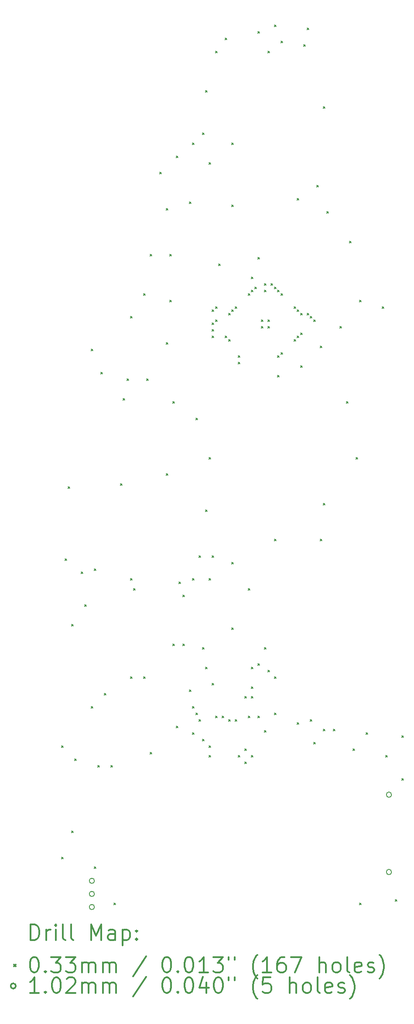
<source format=gbr>
%FSLAX45Y45*%
G04 Gerber Fmt 4.5, Leading zero omitted, Abs format (unit mm)*
G04 Created by KiCad (PCBNEW (5.1.5)-3) date 2020-02-09 18:17:16*
%MOMM*%
%LPD*%
G04 APERTURE LIST*
%ADD10C,0.200000*%
%ADD11C,0.300000*%
G04 APERTURE END LIST*
D10*
X9063990Y-16366490D02*
X9097010Y-16399510D01*
X9097010Y-16366490D02*
X9063990Y-16399510D01*
X9063990Y-18525490D02*
X9097010Y-18558510D01*
X9097010Y-18525490D02*
X9063990Y-18558510D01*
X9127490Y-12746990D02*
X9160510Y-12780010D01*
X9160510Y-12746990D02*
X9127490Y-12780010D01*
X9190990Y-11349990D02*
X9224010Y-11383010D01*
X9224010Y-11349990D02*
X9190990Y-11383010D01*
X9254490Y-14016990D02*
X9287510Y-14050010D01*
X9287510Y-14016990D02*
X9254490Y-14050010D01*
X9254490Y-18017490D02*
X9287510Y-18050510D01*
X9287510Y-18017490D02*
X9254490Y-18050510D01*
X9317990Y-16620490D02*
X9351010Y-16653510D01*
X9351010Y-16620490D02*
X9317990Y-16653510D01*
X9444990Y-13000990D02*
X9478010Y-13034010D01*
X9478010Y-13000990D02*
X9444990Y-13034010D01*
X9508490Y-13635990D02*
X9541510Y-13669010D01*
X9541510Y-13635990D02*
X9508490Y-13669010D01*
X9635490Y-8682990D02*
X9668510Y-8716010D01*
X9668510Y-8682990D02*
X9635490Y-8716010D01*
X9635490Y-15604490D02*
X9668510Y-15637510D01*
X9668510Y-15604490D02*
X9635490Y-15637510D01*
X9698990Y-12937490D02*
X9732010Y-12970510D01*
X9732010Y-12937490D02*
X9698990Y-12970510D01*
X9698990Y-18715990D02*
X9732010Y-18749010D01*
X9732010Y-18715990D02*
X9698990Y-18749010D01*
X9762490Y-16747490D02*
X9795510Y-16780510D01*
X9795510Y-16747490D02*
X9762490Y-16780510D01*
X9825990Y-9127490D02*
X9859010Y-9160510D01*
X9859010Y-9127490D02*
X9825990Y-9160510D01*
X9889490Y-15350490D02*
X9922510Y-15383510D01*
X9922510Y-15350490D02*
X9889490Y-15383510D01*
X10016490Y-16747490D02*
X10049510Y-16780510D01*
X10049510Y-16747490D02*
X10016490Y-16780510D01*
X10079990Y-19414490D02*
X10113010Y-19447510D01*
X10113010Y-19414490D02*
X10079990Y-19447510D01*
X10206990Y-11286490D02*
X10240010Y-11319510D01*
X10240010Y-11286490D02*
X10206990Y-11319510D01*
X10257790Y-9635490D02*
X10290810Y-9668510D01*
X10290810Y-9635490D02*
X10257790Y-9668510D01*
X10333990Y-9254490D02*
X10367010Y-9287510D01*
X10367010Y-9254490D02*
X10333990Y-9287510D01*
X10397490Y-8047990D02*
X10430510Y-8081010D01*
X10430510Y-8047990D02*
X10397490Y-8081010D01*
X10397490Y-13127990D02*
X10430510Y-13161010D01*
X10430510Y-13127990D02*
X10397490Y-13161010D01*
X10397490Y-15032990D02*
X10430510Y-15066010D01*
X10430510Y-15032990D02*
X10397490Y-15066010D01*
X10460990Y-13318490D02*
X10494010Y-13351510D01*
X10494010Y-13318490D02*
X10460990Y-13351510D01*
X10651490Y-7603490D02*
X10684510Y-7636510D01*
X10684510Y-7603490D02*
X10651490Y-7636510D01*
X10651490Y-15032990D02*
X10684510Y-15066010D01*
X10684510Y-15032990D02*
X10651490Y-15066010D01*
X10714990Y-9254490D02*
X10748010Y-9287510D01*
X10748010Y-9254490D02*
X10714990Y-9287510D01*
X10778490Y-6841490D02*
X10811510Y-6874510D01*
X10811510Y-6841490D02*
X10778490Y-6874510D01*
X10778490Y-16493490D02*
X10811510Y-16526510D01*
X10811510Y-16493490D02*
X10778490Y-16526510D01*
X10968990Y-5253990D02*
X11002010Y-5287010D01*
X11002010Y-5253990D02*
X10968990Y-5287010D01*
X11095990Y-5952490D02*
X11129010Y-5985510D01*
X11129010Y-5952490D02*
X11095990Y-5985510D01*
X11095990Y-8555990D02*
X11129010Y-8589010D01*
X11129010Y-8555990D02*
X11095990Y-8589010D01*
X11095990Y-11095990D02*
X11129010Y-11129010D01*
X11129010Y-11095990D02*
X11095990Y-11129010D01*
X11159490Y-6841490D02*
X11192510Y-6874510D01*
X11192510Y-6841490D02*
X11159490Y-6874510D01*
X11159490Y-7730490D02*
X11192510Y-7763510D01*
X11192510Y-7730490D02*
X11159490Y-7763510D01*
X11222990Y-9698990D02*
X11256010Y-9732010D01*
X11256010Y-9698990D02*
X11222990Y-9732010D01*
X11222990Y-14397990D02*
X11256010Y-14431010D01*
X11256010Y-14397990D02*
X11222990Y-14431010D01*
X11286490Y-4936490D02*
X11319510Y-4969510D01*
X11319510Y-4936490D02*
X11286490Y-4969510D01*
X11286490Y-15985490D02*
X11319510Y-16018510D01*
X11319510Y-15985490D02*
X11286490Y-16018510D01*
X11337290Y-13191490D02*
X11370310Y-13224510D01*
X11370310Y-13191490D02*
X11337290Y-13224510D01*
X11413490Y-13445490D02*
X11446510Y-13478510D01*
X11446510Y-13445490D02*
X11413490Y-13478510D01*
X11413490Y-14397990D02*
X11446510Y-14431010D01*
X11446510Y-14397990D02*
X11413490Y-14431010D01*
X11540490Y-5825490D02*
X11573510Y-5858510D01*
X11573510Y-5825490D02*
X11540490Y-5858510D01*
X11540490Y-15286990D02*
X11573510Y-15320010D01*
X11573510Y-15286990D02*
X11540490Y-15320010D01*
X11603990Y-4682490D02*
X11637010Y-4715510D01*
X11637010Y-4682490D02*
X11603990Y-4715510D01*
X11603990Y-13127990D02*
X11637010Y-13161010D01*
X11637010Y-13127990D02*
X11603990Y-13161010D01*
X11603990Y-15604490D02*
X11637010Y-15637510D01*
X11637010Y-15604490D02*
X11603990Y-15637510D01*
X11603990Y-16112490D02*
X11637010Y-16145510D01*
X11637010Y-16112490D02*
X11603990Y-16145510D01*
X11667490Y-10016490D02*
X11700510Y-10049510D01*
X11700510Y-10016490D02*
X11667490Y-10049510D01*
X11667490Y-15731490D02*
X11700510Y-15764510D01*
X11700510Y-15731490D02*
X11667490Y-15764510D01*
X11730990Y-12683490D02*
X11764010Y-12716510D01*
X11764010Y-12683490D02*
X11730990Y-12716510D01*
X11730990Y-15858490D02*
X11764010Y-15891510D01*
X11764010Y-15858490D02*
X11730990Y-15891510D01*
X11794490Y-4491990D02*
X11827510Y-4525010D01*
X11827510Y-4491990D02*
X11794490Y-4525010D01*
X11794490Y-14461490D02*
X11827510Y-14494510D01*
X11827510Y-14461490D02*
X11794490Y-14494510D01*
X11794490Y-16239490D02*
X11827510Y-16272510D01*
X11827510Y-16239490D02*
X11794490Y-16272510D01*
X11857990Y-3666490D02*
X11891010Y-3699510D01*
X11891010Y-3666490D02*
X11857990Y-3699510D01*
X11857990Y-11794490D02*
X11891010Y-11827510D01*
X11891010Y-11794490D02*
X11857990Y-11827510D01*
X11857990Y-14842490D02*
X11891010Y-14875510D01*
X11891010Y-14842490D02*
X11857990Y-14875510D01*
X11921490Y-5063490D02*
X11954510Y-5096510D01*
X11954510Y-5063490D02*
X11921490Y-5096510D01*
X11921490Y-10778490D02*
X11954510Y-10811510D01*
X11954510Y-10778490D02*
X11921490Y-10811510D01*
X11921490Y-13127990D02*
X11954510Y-13161010D01*
X11954510Y-13127990D02*
X11921490Y-13161010D01*
X11921490Y-16366490D02*
X11954510Y-16399510D01*
X11954510Y-16366490D02*
X11921490Y-16399510D01*
X11921490Y-16556990D02*
X11954510Y-16590010D01*
X11954510Y-16556990D02*
X11921490Y-16590010D01*
X11984990Y-7920990D02*
X12018010Y-7954010D01*
X12018010Y-7920990D02*
X11984990Y-7954010D01*
X11984990Y-8174990D02*
X12018010Y-8208010D01*
X12018010Y-8174990D02*
X11984990Y-8208010D01*
X11984990Y-8301990D02*
X12018010Y-8335010D01*
X12018010Y-8301990D02*
X11984990Y-8335010D01*
X11984990Y-8428990D02*
X12018010Y-8462010D01*
X12018010Y-8428990D02*
X11984990Y-8462010D01*
X11984990Y-12683490D02*
X12018010Y-12716510D01*
X12018010Y-12683490D02*
X11984990Y-12716510D01*
X11984990Y-15159990D02*
X12018010Y-15193010D01*
X12018010Y-15159990D02*
X11984990Y-15193010D01*
X12048490Y-2904490D02*
X12081510Y-2937510D01*
X12081510Y-2904490D02*
X12048490Y-2937510D01*
X12048490Y-7857490D02*
X12081510Y-7890510D01*
X12081510Y-7857490D02*
X12048490Y-7890510D01*
X12048490Y-8111490D02*
X12081510Y-8144510D01*
X12081510Y-8111490D02*
X12048490Y-8144510D01*
X12048490Y-15794990D02*
X12081510Y-15828010D01*
X12081510Y-15794990D02*
X12048490Y-15828010D01*
X12111990Y-7031990D02*
X12145010Y-7065010D01*
X12145010Y-7031990D02*
X12111990Y-7065010D01*
X12175490Y-15794990D02*
X12208510Y-15828010D01*
X12208510Y-15794990D02*
X12175490Y-15828010D01*
X12238990Y-2650490D02*
X12272010Y-2683510D01*
X12272010Y-2650490D02*
X12238990Y-2683510D01*
X12238990Y-8428990D02*
X12272010Y-8462010D01*
X12272010Y-8428990D02*
X12238990Y-8462010D01*
X12302490Y-7984490D02*
X12335510Y-8017510D01*
X12335510Y-7984490D02*
X12302490Y-8017510D01*
X12302490Y-8492490D02*
X12335510Y-8525510D01*
X12335510Y-8492490D02*
X12302490Y-8525510D01*
X12302490Y-15858490D02*
X12335510Y-15891510D01*
X12335510Y-15858490D02*
X12302490Y-15891510D01*
X12365990Y-4682490D02*
X12399010Y-4715510D01*
X12399010Y-4682490D02*
X12365990Y-4715510D01*
X12365990Y-5888990D02*
X12399010Y-5922010D01*
X12399010Y-5888990D02*
X12365990Y-5922010D01*
X12365990Y-7920990D02*
X12399010Y-7954010D01*
X12399010Y-7920990D02*
X12365990Y-7954010D01*
X12365990Y-12810490D02*
X12399010Y-12843510D01*
X12399010Y-12810490D02*
X12365990Y-12843510D01*
X12365990Y-14080490D02*
X12399010Y-14113510D01*
X12399010Y-14080490D02*
X12365990Y-14113510D01*
X12429490Y-7857490D02*
X12462510Y-7890510D01*
X12462510Y-7857490D02*
X12429490Y-7890510D01*
X12429490Y-15858490D02*
X12462510Y-15891510D01*
X12462510Y-15858490D02*
X12429490Y-15891510D01*
X12492990Y-8809990D02*
X12526010Y-8843010D01*
X12526010Y-8809990D02*
X12492990Y-8843010D01*
X12492990Y-8936990D02*
X12526010Y-8970010D01*
X12526010Y-8936990D02*
X12492990Y-8970010D01*
X12492990Y-16556990D02*
X12526010Y-16590010D01*
X12526010Y-16556990D02*
X12492990Y-16590010D01*
X12619990Y-15413990D02*
X12653010Y-15447010D01*
X12653010Y-15413990D02*
X12619990Y-15447010D01*
X12619990Y-16429990D02*
X12653010Y-16463010D01*
X12653010Y-16429990D02*
X12619990Y-16463010D01*
X12619990Y-16683990D02*
X12653010Y-16717010D01*
X12653010Y-16683990D02*
X12619990Y-16717010D01*
X12683490Y-7603490D02*
X12716510Y-7636510D01*
X12716510Y-7603490D02*
X12683490Y-7636510D01*
X12683490Y-13318490D02*
X12716510Y-13351510D01*
X12716510Y-13318490D02*
X12683490Y-13351510D01*
X12683490Y-15794990D02*
X12716510Y-15828010D01*
X12716510Y-15794990D02*
X12683490Y-15828010D01*
X12746990Y-7285990D02*
X12780010Y-7319010D01*
X12780010Y-7285990D02*
X12746990Y-7319010D01*
X12746990Y-7539990D02*
X12780010Y-7573010D01*
X12780010Y-7539990D02*
X12746990Y-7573010D01*
X12746990Y-14842490D02*
X12780010Y-14875510D01*
X12780010Y-14842490D02*
X12746990Y-14875510D01*
X12746990Y-15223490D02*
X12780010Y-15256510D01*
X12780010Y-15223490D02*
X12746990Y-15256510D01*
X12746990Y-15413990D02*
X12780010Y-15447010D01*
X12780010Y-15413990D02*
X12746990Y-15447010D01*
X12746990Y-16556990D02*
X12780010Y-16590010D01*
X12780010Y-16556990D02*
X12746990Y-16590010D01*
X12810490Y-7476490D02*
X12843510Y-7509510D01*
X12843510Y-7476490D02*
X12810490Y-7509510D01*
X12873990Y-2523490D02*
X12907010Y-2556510D01*
X12907010Y-2523490D02*
X12873990Y-2556510D01*
X12873990Y-6904990D02*
X12907010Y-6938010D01*
X12907010Y-6904990D02*
X12873990Y-6938010D01*
X12873990Y-14778990D02*
X12907010Y-14812010D01*
X12907010Y-14778990D02*
X12873990Y-14812010D01*
X12873990Y-15794990D02*
X12907010Y-15828010D01*
X12907010Y-15794990D02*
X12873990Y-15828010D01*
X12937490Y-8111490D02*
X12970510Y-8144510D01*
X12970510Y-8111490D02*
X12937490Y-8144510D01*
X12937490Y-8238490D02*
X12970510Y-8271510D01*
X12970510Y-8238490D02*
X12937490Y-8271510D01*
X13000990Y-7412990D02*
X13034010Y-7446010D01*
X13034010Y-7412990D02*
X13000990Y-7446010D01*
X13000990Y-7539990D02*
X13034010Y-7573010D01*
X13034010Y-7539990D02*
X13000990Y-7573010D01*
X13000990Y-14461490D02*
X13034010Y-14494510D01*
X13034010Y-14461490D02*
X13000990Y-14494510D01*
X13000990Y-16069924D02*
X13034010Y-16102944D01*
X13034010Y-16069924D02*
X13000990Y-16102944D01*
X13064490Y-2904490D02*
X13097510Y-2937510D01*
X13097510Y-2904490D02*
X13064490Y-2937510D01*
X13064490Y-8111490D02*
X13097510Y-8144510D01*
X13097510Y-8111490D02*
X13064490Y-8144510D01*
X13064490Y-8238490D02*
X13097510Y-8271510D01*
X13097510Y-8238490D02*
X13064490Y-8271510D01*
X13064490Y-14905990D02*
X13097510Y-14939010D01*
X13097510Y-14905990D02*
X13064490Y-14939010D01*
X13127990Y-7412990D02*
X13161010Y-7446010D01*
X13161010Y-7412990D02*
X13127990Y-7446010D01*
X13191490Y-2396490D02*
X13224510Y-2429510D01*
X13224510Y-2396490D02*
X13191490Y-2429510D01*
X13191490Y-7476490D02*
X13224510Y-7509510D01*
X13224510Y-7476490D02*
X13191490Y-7509510D01*
X13191490Y-12365990D02*
X13224510Y-12399010D01*
X13224510Y-12365990D02*
X13191490Y-12399010D01*
X13191490Y-15032990D02*
X13224510Y-15066010D01*
X13224510Y-15032990D02*
X13191490Y-15066010D01*
X13191490Y-15731490D02*
X13224510Y-15764510D01*
X13224510Y-15731490D02*
X13191490Y-15764510D01*
X13254990Y-7539990D02*
X13288010Y-7573010D01*
X13288010Y-7539990D02*
X13254990Y-7573010D01*
X13254990Y-8809990D02*
X13288010Y-8843010D01*
X13288010Y-8809990D02*
X13254990Y-8843010D01*
X13254990Y-9190990D02*
X13288010Y-9224010D01*
X13288010Y-9190990D02*
X13254990Y-9224010D01*
X13318490Y-2713990D02*
X13351510Y-2747010D01*
X13351510Y-2713990D02*
X13318490Y-2747010D01*
X13318490Y-7603490D02*
X13351510Y-7636510D01*
X13351510Y-7603490D02*
X13318490Y-7636510D01*
X13318490Y-8746490D02*
X13351510Y-8779510D01*
X13351510Y-8746490D02*
X13318490Y-8779510D01*
X13572490Y-7857490D02*
X13605510Y-7890510D01*
X13605510Y-7857490D02*
X13572490Y-7890510D01*
X13572490Y-8492490D02*
X13605510Y-8525510D01*
X13605510Y-8492490D02*
X13572490Y-8525510D01*
X13635990Y-5761990D02*
X13669010Y-5795010D01*
X13669010Y-5761990D02*
X13635990Y-5795010D01*
X13635990Y-7920990D02*
X13669010Y-7954010D01*
X13669010Y-7920990D02*
X13635990Y-7954010D01*
X13635990Y-8428990D02*
X13669010Y-8462010D01*
X13669010Y-8428990D02*
X13635990Y-8462010D01*
X13635990Y-15921990D02*
X13669010Y-15955010D01*
X13669010Y-15921990D02*
X13635990Y-15955010D01*
X13699490Y-7984490D02*
X13732510Y-8017510D01*
X13732510Y-7984490D02*
X13699490Y-8017510D01*
X13699490Y-8365490D02*
X13732510Y-8398510D01*
X13732510Y-8365490D02*
X13699490Y-8398510D01*
X13699490Y-9000490D02*
X13732510Y-9033510D01*
X13732510Y-9000490D02*
X13699490Y-9033510D01*
X13762990Y-2777490D02*
X13796010Y-2810510D01*
X13796010Y-2777490D02*
X13762990Y-2810510D01*
X13826490Y-2459990D02*
X13859510Y-2493010D01*
X13859510Y-2459990D02*
X13826490Y-2493010D01*
X13826490Y-7984490D02*
X13859510Y-8017510D01*
X13859510Y-7984490D02*
X13826490Y-8017510D01*
X13889990Y-8047990D02*
X13923010Y-8081010D01*
X13923010Y-8047990D02*
X13889990Y-8081010D01*
X13889990Y-15858490D02*
X13923010Y-15891510D01*
X13923010Y-15858490D02*
X13889990Y-15891510D01*
X13953490Y-8111490D02*
X13986510Y-8144510D01*
X13986510Y-8111490D02*
X13953490Y-8144510D01*
X13953490Y-16302990D02*
X13986510Y-16336010D01*
X13986510Y-16302990D02*
X13953490Y-16336010D01*
X14016990Y-5507990D02*
X14050010Y-5541010D01*
X14050010Y-5507990D02*
X14016990Y-5541010D01*
X14080490Y-8619490D02*
X14113510Y-8652510D01*
X14113510Y-8619490D02*
X14080490Y-8652510D01*
X14080490Y-12365990D02*
X14113510Y-12399010D01*
X14113510Y-12365990D02*
X14080490Y-12399010D01*
X14143990Y-3983990D02*
X14177010Y-4017010D01*
X14177010Y-3983990D02*
X14143990Y-4017010D01*
X14143990Y-11667490D02*
X14177010Y-11700510D01*
X14177010Y-11667490D02*
X14143990Y-11700510D01*
X14143990Y-16048990D02*
X14177010Y-16082010D01*
X14177010Y-16048990D02*
X14143990Y-16082010D01*
X14207490Y-6015990D02*
X14240510Y-6049010D01*
X14240510Y-6015990D02*
X14207490Y-6049010D01*
X14334490Y-16048990D02*
X14367510Y-16082010D01*
X14367510Y-16048990D02*
X14334490Y-16082010D01*
X14461490Y-8238490D02*
X14494510Y-8271510D01*
X14494510Y-8238490D02*
X14461490Y-8271510D01*
X14588490Y-9698990D02*
X14621510Y-9732010D01*
X14621510Y-9698990D02*
X14588490Y-9732010D01*
X14651990Y-6587490D02*
X14685010Y-6620510D01*
X14685010Y-6587490D02*
X14651990Y-6620510D01*
X14715490Y-16429990D02*
X14748510Y-16463010D01*
X14748510Y-16429990D02*
X14715490Y-16463010D01*
X14778990Y-10778490D02*
X14812010Y-10811510D01*
X14812010Y-10778490D02*
X14778990Y-10811510D01*
X14842490Y-7730490D02*
X14875510Y-7763510D01*
X14875510Y-7730490D02*
X14842490Y-7763510D01*
X14842490Y-19414490D02*
X14875510Y-19447510D01*
X14875510Y-19414490D02*
X14842490Y-19447510D01*
X14969490Y-16112490D02*
X15002510Y-16145510D01*
X15002510Y-16112490D02*
X14969490Y-16145510D01*
X15286990Y-7857490D02*
X15320010Y-7890510D01*
X15320010Y-7857490D02*
X15286990Y-7890510D01*
X15350490Y-16556990D02*
X15383510Y-16590010D01*
X15383510Y-16556990D02*
X15350490Y-16590010D01*
X15540990Y-19350990D02*
X15574010Y-19384010D01*
X15574010Y-19350990D02*
X15540990Y-19384010D01*
X15667990Y-16175990D02*
X15701010Y-16209010D01*
X15701010Y-16175990D02*
X15667990Y-16209010D01*
X15667990Y-17001490D02*
X15701010Y-17034510D01*
X15701010Y-17001490D02*
X15667990Y-17034510D01*
X15468600Y-17317720D02*
G75*
G03X15468600Y-17317720I-50800J0D01*
G01*
X15468600Y-18816320D02*
G75*
G03X15468600Y-18816320I-50800J0D01*
G01*
X9702800Y-18986500D02*
G75*
G03X9702800Y-18986500I-50800J0D01*
G01*
X9702800Y-19240500D02*
G75*
G03X9702800Y-19240500I-50800J0D01*
G01*
X9702800Y-19494500D02*
G75*
G03X9702800Y-19494500I-50800J0D01*
G01*
D11*
X8463594Y-20134063D02*
X8463594Y-19834063D01*
X8535023Y-19834063D01*
X8577880Y-19848348D01*
X8606452Y-19876920D01*
X8620737Y-19905491D01*
X8635023Y-19962634D01*
X8635023Y-20005491D01*
X8620737Y-20062634D01*
X8606452Y-20091205D01*
X8577880Y-20119777D01*
X8535023Y-20134063D01*
X8463594Y-20134063D01*
X8763594Y-20134063D02*
X8763594Y-19934063D01*
X8763594Y-19991205D02*
X8777880Y-19962634D01*
X8792166Y-19948348D01*
X8820737Y-19934063D01*
X8849309Y-19934063D01*
X8949309Y-20134063D02*
X8949309Y-19934063D01*
X8949309Y-19834063D02*
X8935023Y-19848348D01*
X8949309Y-19862634D01*
X8963594Y-19848348D01*
X8949309Y-19834063D01*
X8949309Y-19862634D01*
X9135023Y-20134063D02*
X9106452Y-20119777D01*
X9092166Y-20091205D01*
X9092166Y-19834063D01*
X9292166Y-20134063D02*
X9263594Y-20119777D01*
X9249309Y-20091205D01*
X9249309Y-19834063D01*
X9635023Y-20134063D02*
X9635023Y-19834063D01*
X9735023Y-20048348D01*
X9835023Y-19834063D01*
X9835023Y-20134063D01*
X10106452Y-20134063D02*
X10106452Y-19976920D01*
X10092166Y-19948348D01*
X10063594Y-19934063D01*
X10006452Y-19934063D01*
X9977880Y-19948348D01*
X10106452Y-20119777D02*
X10077880Y-20134063D01*
X10006452Y-20134063D01*
X9977880Y-20119777D01*
X9963594Y-20091205D01*
X9963594Y-20062634D01*
X9977880Y-20034063D01*
X10006452Y-20019777D01*
X10077880Y-20019777D01*
X10106452Y-20005491D01*
X10249309Y-19934063D02*
X10249309Y-20234063D01*
X10249309Y-19948348D02*
X10277880Y-19934063D01*
X10335023Y-19934063D01*
X10363594Y-19948348D01*
X10377880Y-19962634D01*
X10392166Y-19991205D01*
X10392166Y-20076920D01*
X10377880Y-20105491D01*
X10363594Y-20119777D01*
X10335023Y-20134063D01*
X10277880Y-20134063D01*
X10249309Y-20119777D01*
X10520737Y-20105491D02*
X10535023Y-20119777D01*
X10520737Y-20134063D01*
X10506452Y-20119777D01*
X10520737Y-20105491D01*
X10520737Y-20134063D01*
X10520737Y-19948348D02*
X10535023Y-19962634D01*
X10520737Y-19976920D01*
X10506452Y-19962634D01*
X10520737Y-19948348D01*
X10520737Y-19976920D01*
X8144146Y-20611838D02*
X8177166Y-20644858D01*
X8177166Y-20611838D02*
X8144146Y-20644858D01*
X8520737Y-20464063D02*
X8549309Y-20464063D01*
X8577880Y-20478348D01*
X8592166Y-20492634D01*
X8606452Y-20521205D01*
X8620737Y-20578348D01*
X8620737Y-20649777D01*
X8606452Y-20706920D01*
X8592166Y-20735491D01*
X8577880Y-20749777D01*
X8549309Y-20764063D01*
X8520737Y-20764063D01*
X8492166Y-20749777D01*
X8477880Y-20735491D01*
X8463594Y-20706920D01*
X8449309Y-20649777D01*
X8449309Y-20578348D01*
X8463594Y-20521205D01*
X8477880Y-20492634D01*
X8492166Y-20478348D01*
X8520737Y-20464063D01*
X8749309Y-20735491D02*
X8763594Y-20749777D01*
X8749309Y-20764063D01*
X8735023Y-20749777D01*
X8749309Y-20735491D01*
X8749309Y-20764063D01*
X8863594Y-20464063D02*
X9049309Y-20464063D01*
X8949309Y-20578348D01*
X8992166Y-20578348D01*
X9020737Y-20592634D01*
X9035023Y-20606920D01*
X9049309Y-20635491D01*
X9049309Y-20706920D01*
X9035023Y-20735491D01*
X9020737Y-20749777D01*
X8992166Y-20764063D01*
X8906452Y-20764063D01*
X8877880Y-20749777D01*
X8863594Y-20735491D01*
X9149309Y-20464063D02*
X9335023Y-20464063D01*
X9235023Y-20578348D01*
X9277880Y-20578348D01*
X9306452Y-20592634D01*
X9320737Y-20606920D01*
X9335023Y-20635491D01*
X9335023Y-20706920D01*
X9320737Y-20735491D01*
X9306452Y-20749777D01*
X9277880Y-20764063D01*
X9192166Y-20764063D01*
X9163594Y-20749777D01*
X9149309Y-20735491D01*
X9463594Y-20764063D02*
X9463594Y-20564063D01*
X9463594Y-20592634D02*
X9477880Y-20578348D01*
X9506452Y-20564063D01*
X9549309Y-20564063D01*
X9577880Y-20578348D01*
X9592166Y-20606920D01*
X9592166Y-20764063D01*
X9592166Y-20606920D02*
X9606452Y-20578348D01*
X9635023Y-20564063D01*
X9677880Y-20564063D01*
X9706452Y-20578348D01*
X9720737Y-20606920D01*
X9720737Y-20764063D01*
X9863594Y-20764063D02*
X9863594Y-20564063D01*
X9863594Y-20592634D02*
X9877880Y-20578348D01*
X9906452Y-20564063D01*
X9949309Y-20564063D01*
X9977880Y-20578348D01*
X9992166Y-20606920D01*
X9992166Y-20764063D01*
X9992166Y-20606920D02*
X10006452Y-20578348D01*
X10035023Y-20564063D01*
X10077880Y-20564063D01*
X10106452Y-20578348D01*
X10120737Y-20606920D01*
X10120737Y-20764063D01*
X10706452Y-20449777D02*
X10449309Y-20835491D01*
X11092166Y-20464063D02*
X11120737Y-20464063D01*
X11149309Y-20478348D01*
X11163594Y-20492634D01*
X11177880Y-20521205D01*
X11192166Y-20578348D01*
X11192166Y-20649777D01*
X11177880Y-20706920D01*
X11163594Y-20735491D01*
X11149309Y-20749777D01*
X11120737Y-20764063D01*
X11092166Y-20764063D01*
X11063594Y-20749777D01*
X11049309Y-20735491D01*
X11035023Y-20706920D01*
X11020737Y-20649777D01*
X11020737Y-20578348D01*
X11035023Y-20521205D01*
X11049309Y-20492634D01*
X11063594Y-20478348D01*
X11092166Y-20464063D01*
X11320737Y-20735491D02*
X11335023Y-20749777D01*
X11320737Y-20764063D01*
X11306451Y-20749777D01*
X11320737Y-20735491D01*
X11320737Y-20764063D01*
X11520737Y-20464063D02*
X11549309Y-20464063D01*
X11577880Y-20478348D01*
X11592166Y-20492634D01*
X11606451Y-20521205D01*
X11620737Y-20578348D01*
X11620737Y-20649777D01*
X11606451Y-20706920D01*
X11592166Y-20735491D01*
X11577880Y-20749777D01*
X11549309Y-20764063D01*
X11520737Y-20764063D01*
X11492166Y-20749777D01*
X11477880Y-20735491D01*
X11463594Y-20706920D01*
X11449309Y-20649777D01*
X11449309Y-20578348D01*
X11463594Y-20521205D01*
X11477880Y-20492634D01*
X11492166Y-20478348D01*
X11520737Y-20464063D01*
X11906451Y-20764063D02*
X11735023Y-20764063D01*
X11820737Y-20764063D02*
X11820737Y-20464063D01*
X11792166Y-20506920D01*
X11763594Y-20535491D01*
X11735023Y-20549777D01*
X12006451Y-20464063D02*
X12192166Y-20464063D01*
X12092166Y-20578348D01*
X12135023Y-20578348D01*
X12163594Y-20592634D01*
X12177880Y-20606920D01*
X12192166Y-20635491D01*
X12192166Y-20706920D01*
X12177880Y-20735491D01*
X12163594Y-20749777D01*
X12135023Y-20764063D01*
X12049309Y-20764063D01*
X12020737Y-20749777D01*
X12006451Y-20735491D01*
X12306451Y-20464063D02*
X12306451Y-20521205D01*
X12420737Y-20464063D02*
X12420737Y-20521205D01*
X12863594Y-20878348D02*
X12849309Y-20864063D01*
X12820737Y-20821205D01*
X12806451Y-20792634D01*
X12792166Y-20749777D01*
X12777880Y-20678348D01*
X12777880Y-20621205D01*
X12792166Y-20549777D01*
X12806451Y-20506920D01*
X12820737Y-20478348D01*
X12849309Y-20435491D01*
X12863594Y-20421205D01*
X13135023Y-20764063D02*
X12963594Y-20764063D01*
X13049309Y-20764063D02*
X13049309Y-20464063D01*
X13020737Y-20506920D01*
X12992166Y-20535491D01*
X12963594Y-20549777D01*
X13392166Y-20464063D02*
X13335023Y-20464063D01*
X13306451Y-20478348D01*
X13292166Y-20492634D01*
X13263594Y-20535491D01*
X13249309Y-20592634D01*
X13249309Y-20706920D01*
X13263594Y-20735491D01*
X13277880Y-20749777D01*
X13306451Y-20764063D01*
X13363594Y-20764063D01*
X13392166Y-20749777D01*
X13406451Y-20735491D01*
X13420737Y-20706920D01*
X13420737Y-20635491D01*
X13406451Y-20606920D01*
X13392166Y-20592634D01*
X13363594Y-20578348D01*
X13306451Y-20578348D01*
X13277880Y-20592634D01*
X13263594Y-20606920D01*
X13249309Y-20635491D01*
X13520737Y-20464063D02*
X13720737Y-20464063D01*
X13592166Y-20764063D01*
X14063594Y-20764063D02*
X14063594Y-20464063D01*
X14192166Y-20764063D02*
X14192166Y-20606920D01*
X14177880Y-20578348D01*
X14149309Y-20564063D01*
X14106451Y-20564063D01*
X14077880Y-20578348D01*
X14063594Y-20592634D01*
X14377880Y-20764063D02*
X14349309Y-20749777D01*
X14335023Y-20735491D01*
X14320737Y-20706920D01*
X14320737Y-20621205D01*
X14335023Y-20592634D01*
X14349309Y-20578348D01*
X14377880Y-20564063D01*
X14420737Y-20564063D01*
X14449309Y-20578348D01*
X14463594Y-20592634D01*
X14477880Y-20621205D01*
X14477880Y-20706920D01*
X14463594Y-20735491D01*
X14449309Y-20749777D01*
X14420737Y-20764063D01*
X14377880Y-20764063D01*
X14649309Y-20764063D02*
X14620737Y-20749777D01*
X14606451Y-20721205D01*
X14606451Y-20464063D01*
X14877880Y-20749777D02*
X14849309Y-20764063D01*
X14792166Y-20764063D01*
X14763594Y-20749777D01*
X14749309Y-20721205D01*
X14749309Y-20606920D01*
X14763594Y-20578348D01*
X14792166Y-20564063D01*
X14849309Y-20564063D01*
X14877880Y-20578348D01*
X14892166Y-20606920D01*
X14892166Y-20635491D01*
X14749309Y-20664063D01*
X15006451Y-20749777D02*
X15035023Y-20764063D01*
X15092166Y-20764063D01*
X15120737Y-20749777D01*
X15135023Y-20721205D01*
X15135023Y-20706920D01*
X15120737Y-20678348D01*
X15092166Y-20664063D01*
X15049309Y-20664063D01*
X15020737Y-20649777D01*
X15006451Y-20621205D01*
X15006451Y-20606920D01*
X15020737Y-20578348D01*
X15049309Y-20564063D01*
X15092166Y-20564063D01*
X15120737Y-20578348D01*
X15235023Y-20878348D02*
X15249309Y-20864063D01*
X15277880Y-20821205D01*
X15292166Y-20792634D01*
X15306451Y-20749777D01*
X15320737Y-20678348D01*
X15320737Y-20621205D01*
X15306451Y-20549777D01*
X15292166Y-20506920D01*
X15277880Y-20478348D01*
X15249309Y-20435491D01*
X15235023Y-20421205D01*
X8177166Y-21024348D02*
G75*
G03X8177166Y-21024348I-50800J0D01*
G01*
X8620737Y-21160063D02*
X8449309Y-21160063D01*
X8535023Y-21160063D02*
X8535023Y-20860063D01*
X8506452Y-20902920D01*
X8477880Y-20931491D01*
X8449309Y-20945777D01*
X8749309Y-21131491D02*
X8763594Y-21145777D01*
X8749309Y-21160063D01*
X8735023Y-21145777D01*
X8749309Y-21131491D01*
X8749309Y-21160063D01*
X8949309Y-20860063D02*
X8977880Y-20860063D01*
X9006452Y-20874348D01*
X9020737Y-20888634D01*
X9035023Y-20917205D01*
X9049309Y-20974348D01*
X9049309Y-21045777D01*
X9035023Y-21102920D01*
X9020737Y-21131491D01*
X9006452Y-21145777D01*
X8977880Y-21160063D01*
X8949309Y-21160063D01*
X8920737Y-21145777D01*
X8906452Y-21131491D01*
X8892166Y-21102920D01*
X8877880Y-21045777D01*
X8877880Y-20974348D01*
X8892166Y-20917205D01*
X8906452Y-20888634D01*
X8920737Y-20874348D01*
X8949309Y-20860063D01*
X9163594Y-20888634D02*
X9177880Y-20874348D01*
X9206452Y-20860063D01*
X9277880Y-20860063D01*
X9306452Y-20874348D01*
X9320737Y-20888634D01*
X9335023Y-20917205D01*
X9335023Y-20945777D01*
X9320737Y-20988634D01*
X9149309Y-21160063D01*
X9335023Y-21160063D01*
X9463594Y-21160063D02*
X9463594Y-20960063D01*
X9463594Y-20988634D02*
X9477880Y-20974348D01*
X9506452Y-20960063D01*
X9549309Y-20960063D01*
X9577880Y-20974348D01*
X9592166Y-21002920D01*
X9592166Y-21160063D01*
X9592166Y-21002920D02*
X9606452Y-20974348D01*
X9635023Y-20960063D01*
X9677880Y-20960063D01*
X9706452Y-20974348D01*
X9720737Y-21002920D01*
X9720737Y-21160063D01*
X9863594Y-21160063D02*
X9863594Y-20960063D01*
X9863594Y-20988634D02*
X9877880Y-20974348D01*
X9906452Y-20960063D01*
X9949309Y-20960063D01*
X9977880Y-20974348D01*
X9992166Y-21002920D01*
X9992166Y-21160063D01*
X9992166Y-21002920D02*
X10006452Y-20974348D01*
X10035023Y-20960063D01*
X10077880Y-20960063D01*
X10106452Y-20974348D01*
X10120737Y-21002920D01*
X10120737Y-21160063D01*
X10706452Y-20845777D02*
X10449309Y-21231491D01*
X11092166Y-20860063D02*
X11120737Y-20860063D01*
X11149309Y-20874348D01*
X11163594Y-20888634D01*
X11177880Y-20917205D01*
X11192166Y-20974348D01*
X11192166Y-21045777D01*
X11177880Y-21102920D01*
X11163594Y-21131491D01*
X11149309Y-21145777D01*
X11120737Y-21160063D01*
X11092166Y-21160063D01*
X11063594Y-21145777D01*
X11049309Y-21131491D01*
X11035023Y-21102920D01*
X11020737Y-21045777D01*
X11020737Y-20974348D01*
X11035023Y-20917205D01*
X11049309Y-20888634D01*
X11063594Y-20874348D01*
X11092166Y-20860063D01*
X11320737Y-21131491D02*
X11335023Y-21145777D01*
X11320737Y-21160063D01*
X11306451Y-21145777D01*
X11320737Y-21131491D01*
X11320737Y-21160063D01*
X11520737Y-20860063D02*
X11549309Y-20860063D01*
X11577880Y-20874348D01*
X11592166Y-20888634D01*
X11606451Y-20917205D01*
X11620737Y-20974348D01*
X11620737Y-21045777D01*
X11606451Y-21102920D01*
X11592166Y-21131491D01*
X11577880Y-21145777D01*
X11549309Y-21160063D01*
X11520737Y-21160063D01*
X11492166Y-21145777D01*
X11477880Y-21131491D01*
X11463594Y-21102920D01*
X11449309Y-21045777D01*
X11449309Y-20974348D01*
X11463594Y-20917205D01*
X11477880Y-20888634D01*
X11492166Y-20874348D01*
X11520737Y-20860063D01*
X11877880Y-20960063D02*
X11877880Y-21160063D01*
X11806451Y-20845777D02*
X11735023Y-21060063D01*
X11920737Y-21060063D01*
X12092166Y-20860063D02*
X12120737Y-20860063D01*
X12149309Y-20874348D01*
X12163594Y-20888634D01*
X12177880Y-20917205D01*
X12192166Y-20974348D01*
X12192166Y-21045777D01*
X12177880Y-21102920D01*
X12163594Y-21131491D01*
X12149309Y-21145777D01*
X12120737Y-21160063D01*
X12092166Y-21160063D01*
X12063594Y-21145777D01*
X12049309Y-21131491D01*
X12035023Y-21102920D01*
X12020737Y-21045777D01*
X12020737Y-20974348D01*
X12035023Y-20917205D01*
X12049309Y-20888634D01*
X12063594Y-20874348D01*
X12092166Y-20860063D01*
X12306451Y-20860063D02*
X12306451Y-20917205D01*
X12420737Y-20860063D02*
X12420737Y-20917205D01*
X12863594Y-21274348D02*
X12849309Y-21260063D01*
X12820737Y-21217205D01*
X12806451Y-21188634D01*
X12792166Y-21145777D01*
X12777880Y-21074348D01*
X12777880Y-21017205D01*
X12792166Y-20945777D01*
X12806451Y-20902920D01*
X12820737Y-20874348D01*
X12849309Y-20831491D01*
X12863594Y-20817205D01*
X13120737Y-20860063D02*
X12977880Y-20860063D01*
X12963594Y-21002920D01*
X12977880Y-20988634D01*
X13006451Y-20974348D01*
X13077880Y-20974348D01*
X13106451Y-20988634D01*
X13120737Y-21002920D01*
X13135023Y-21031491D01*
X13135023Y-21102920D01*
X13120737Y-21131491D01*
X13106451Y-21145777D01*
X13077880Y-21160063D01*
X13006451Y-21160063D01*
X12977880Y-21145777D01*
X12963594Y-21131491D01*
X13492166Y-21160063D02*
X13492166Y-20860063D01*
X13620737Y-21160063D02*
X13620737Y-21002920D01*
X13606451Y-20974348D01*
X13577880Y-20960063D01*
X13535023Y-20960063D01*
X13506451Y-20974348D01*
X13492166Y-20988634D01*
X13806451Y-21160063D02*
X13777880Y-21145777D01*
X13763594Y-21131491D01*
X13749309Y-21102920D01*
X13749309Y-21017205D01*
X13763594Y-20988634D01*
X13777880Y-20974348D01*
X13806451Y-20960063D01*
X13849309Y-20960063D01*
X13877880Y-20974348D01*
X13892166Y-20988634D01*
X13906451Y-21017205D01*
X13906451Y-21102920D01*
X13892166Y-21131491D01*
X13877880Y-21145777D01*
X13849309Y-21160063D01*
X13806451Y-21160063D01*
X14077880Y-21160063D02*
X14049309Y-21145777D01*
X14035023Y-21117205D01*
X14035023Y-20860063D01*
X14306451Y-21145777D02*
X14277880Y-21160063D01*
X14220737Y-21160063D01*
X14192166Y-21145777D01*
X14177880Y-21117205D01*
X14177880Y-21002920D01*
X14192166Y-20974348D01*
X14220737Y-20960063D01*
X14277880Y-20960063D01*
X14306451Y-20974348D01*
X14320737Y-21002920D01*
X14320737Y-21031491D01*
X14177880Y-21060063D01*
X14435023Y-21145777D02*
X14463594Y-21160063D01*
X14520737Y-21160063D01*
X14549309Y-21145777D01*
X14563594Y-21117205D01*
X14563594Y-21102920D01*
X14549309Y-21074348D01*
X14520737Y-21060063D01*
X14477880Y-21060063D01*
X14449309Y-21045777D01*
X14435023Y-21017205D01*
X14435023Y-21002920D01*
X14449309Y-20974348D01*
X14477880Y-20960063D01*
X14520737Y-20960063D01*
X14549309Y-20974348D01*
X14663594Y-21274348D02*
X14677880Y-21260063D01*
X14706451Y-21217205D01*
X14720737Y-21188634D01*
X14735023Y-21145777D01*
X14749309Y-21074348D01*
X14749309Y-21017205D01*
X14735023Y-20945777D01*
X14720737Y-20902920D01*
X14706451Y-20874348D01*
X14677880Y-20831491D01*
X14663594Y-20817205D01*
M02*

</source>
